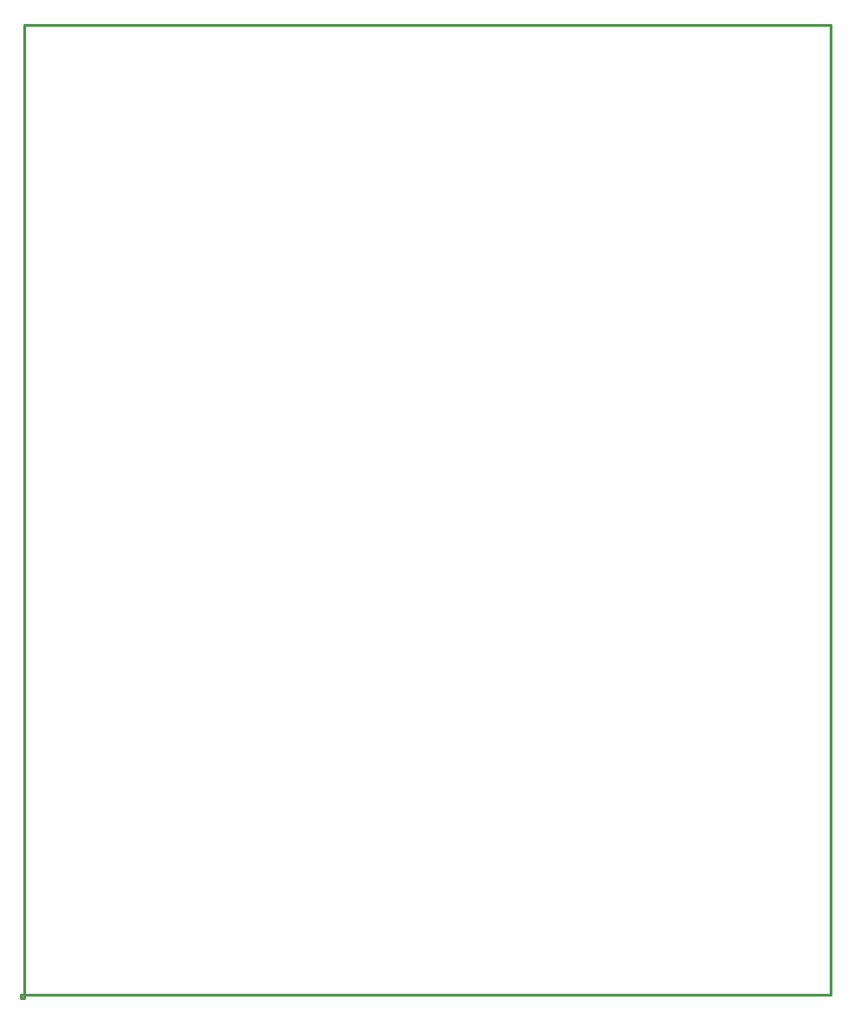
<source format=gko>
%FSLAX44Y44*%
%MOMM*%
G71*
G01*
G75*
G04 Layer_Color=16711935*
%ADD10R,6.2000X3.9000*%
%ADD11R,4.4000X3.3000*%
%ADD12C,0.5000*%
%ADD13C,0.3000*%
%ADD14C,1.0000*%
%ADD15C,2.0000*%
%ADD16C,0.7500*%
%ADD17C,3.0000*%
%ADD18R,3.0000X3.0000*%
%ADD19C,2.0000*%
%ADD20R,1.6000X1.6000*%
%ADD21C,1.6000*%
%ADD22C,1.5000*%
%ADD23R,1.5000X1.5000*%
%ADD24R,1.5000X1.5000*%
%ADD25R,1.6000X1.6000*%
%ADD26R,2.5000X2.5000*%
%ADD27R,2.5000X2.5000*%
%ADD28R,3.0000X3.0000*%
%ADD29C,1.8000*%
%ADD30R,1.8000X1.8000*%
%ADD31C,1.6000*%
%ADD32O,2.2000X0.6000*%
G04:AMPARAMS|DCode=33|XSize=1.4mm|YSize=1mm|CornerRadius=0.125mm|HoleSize=0mm|Usage=FLASHONLY|Rotation=270.000|XOffset=0mm|YOffset=0mm|HoleType=Round|Shape=RoundedRectangle|*
%AMROUNDEDRECTD33*
21,1,1.4000,0.7500,0,0,270.0*
21,1,1.1500,1.0000,0,0,270.0*
1,1,0.2500,-0.3750,-0.5750*
1,1,0.2500,-0.3750,0.5750*
1,1,0.2500,0.3750,0.5750*
1,1,0.2500,0.3750,-0.5750*
%
%ADD33ROUNDEDRECTD33*%
G04:AMPARAMS|DCode=34|XSize=1.4mm|YSize=1mm|CornerRadius=0.125mm|HoleSize=0mm|Usage=FLASHONLY|Rotation=0.000|XOffset=0mm|YOffset=0mm|HoleType=Round|Shape=RoundedRectangle|*
%AMROUNDEDRECTD34*
21,1,1.4000,0.7500,0,0,0.0*
21,1,1.1500,1.0000,0,0,0.0*
1,1,0.2500,0.5750,-0.3750*
1,1,0.2500,-0.5750,-0.3750*
1,1,0.2500,-0.5750,0.3750*
1,1,0.2500,0.5750,0.3750*
%
%ADD34ROUNDEDRECTD34*%
G04:AMPARAMS|DCode=35|XSize=1.3mm|YSize=0.8mm|CornerRadius=0.1mm|HoleSize=0mm|Usage=FLASHONLY|Rotation=0.000|XOffset=0mm|YOffset=0mm|HoleType=Round|Shape=RoundedRectangle|*
%AMROUNDEDRECTD35*
21,1,1.3000,0.6000,0,0,0.0*
21,1,1.1000,0.8000,0,0,0.0*
1,1,0.2000,0.5500,-0.3000*
1,1,0.2000,-0.5500,-0.3000*
1,1,0.2000,-0.5500,0.3000*
1,1,0.2000,0.5500,0.3000*
%
%ADD35ROUNDEDRECTD35*%
G04:AMPARAMS|DCode=36|XSize=1.3mm|YSize=0.8mm|CornerRadius=0.1mm|HoleSize=0mm|Usage=FLASHONLY|Rotation=90.000|XOffset=0mm|YOffset=0mm|HoleType=Round|Shape=RoundedRectangle|*
%AMROUNDEDRECTD36*
21,1,1.3000,0.6000,0,0,90.0*
21,1,1.1000,0.8000,0,0,90.0*
1,1,0.2000,0.3000,0.5500*
1,1,0.2000,0.3000,-0.5500*
1,1,0.2000,-0.3000,-0.5500*
1,1,0.2000,-0.3000,0.5500*
%
%ADD36ROUNDEDRECTD36*%
%ADD37R,0.6000X1.1500*%
G04:AMPARAMS|DCode=38|XSize=0.6mm|YSize=1mm|CornerRadius=0.075mm|HoleSize=0mm|Usage=FLASHONLY|Rotation=270.000|XOffset=0mm|YOffset=0mm|HoleType=Round|Shape=RoundedRectangle|*
%AMROUNDEDRECTD38*
21,1,0.6000,0.8500,0,0,270.0*
21,1,0.4500,1.0000,0,0,270.0*
1,1,0.1500,-0.4250,-0.2250*
1,1,0.1500,-0.4250,0.2250*
1,1,0.1500,0.4250,0.2250*
1,1,0.1500,0.4250,-0.2250*
%
%ADD38ROUNDEDRECTD38*%
%ADD39O,0.6000X2.2000*%
%ADD40C,4.0000*%
%ADD41C,3.0000*%
%ADD42C,1.8000*%
%ADD43C,0.2000*%
%ADD44C,0.4000*%
D13*
X506000Y760000D02*
Y764000D01*
X510000D01*
Y760000D02*
Y764000D01*
X506000Y760000D02*
X510000D01*
Y764000D02*
Y1960000D01*
X1506000D01*
Y764000D02*
Y1960000D01*
X510000Y764000D02*
X1506000D01*
M02*

</source>
